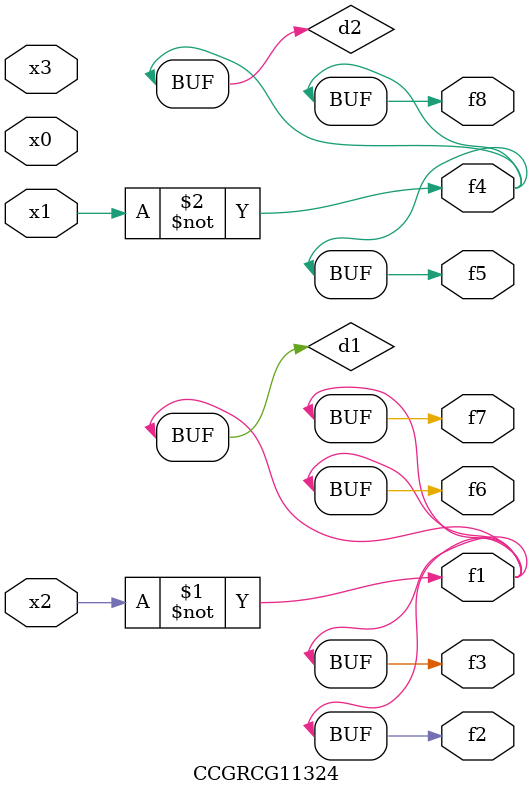
<source format=v>
module CCGRCG11324(
	input x0, x1, x2, x3,
	output f1, f2, f3, f4, f5, f6, f7, f8
);

	wire d1, d2;

	xnor (d1, x2);
	not (d2, x1);
	assign f1 = d1;
	assign f2 = d1;
	assign f3 = d1;
	assign f4 = d2;
	assign f5 = d2;
	assign f6 = d1;
	assign f7 = d1;
	assign f8 = d2;
endmodule

</source>
